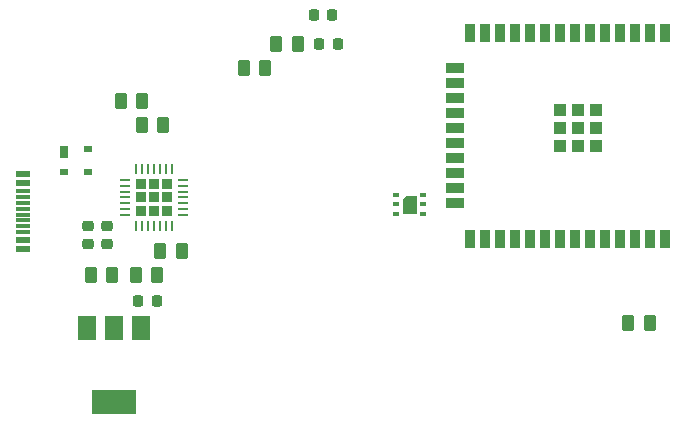
<source format=gbr>
%TF.GenerationSoftware,KiCad,Pcbnew,7.0.10-7.0.10~ubuntu22.04.1*%
%TF.CreationDate,2024-01-09T15:42:03+03:00*%
%TF.ProjectId,air-detector,6169722d-6465-4746-9563-746f722e6b69,rev?*%
%TF.SameCoordinates,Original*%
%TF.FileFunction,Paste,Top*%
%TF.FilePolarity,Positive*%
%FSLAX46Y46*%
G04 Gerber Fmt 4.6, Leading zero omitted, Abs format (unit mm)*
G04 Created by KiCad (PCBNEW 7.0.10-7.0.10~ubuntu22.04.1) date 2024-01-09 15:42:03*
%MOMM*%
%LPD*%
G01*
G04 APERTURE LIST*
G04 Aperture macros list*
%AMRoundRect*
0 Rectangle with rounded corners*
0 $1 Rounding radius*
0 $2 $3 $4 $5 $6 $7 $8 $9 X,Y pos of 4 corners*
0 Add a 4 corners polygon primitive as box body*
4,1,4,$2,$3,$4,$5,$6,$7,$8,$9,$2,$3,0*
0 Add four circle primitives for the rounded corners*
1,1,$1+$1,$2,$3*
1,1,$1+$1,$4,$5*
1,1,$1+$1,$6,$7*
1,1,$1+$1,$8,$9*
0 Add four rect primitives between the rounded corners*
20,1,$1+$1,$2,$3,$4,$5,0*
20,1,$1+$1,$4,$5,$6,$7,0*
20,1,$1+$1,$6,$7,$8,$9,0*
20,1,$1+$1,$8,$9,$2,$3,0*%
G04 Aperture macros list end*
%ADD10C,0.010000*%
%ADD11RoundRect,0.250000X-0.262500X-0.450000X0.262500X-0.450000X0.262500X0.450000X-0.262500X0.450000X0*%
%ADD12RoundRect,0.225000X-0.225000X-0.225000X0.225000X-0.225000X0.225000X0.225000X-0.225000X0.225000X0*%
%ADD13RoundRect,0.062500X-0.337500X-0.062500X0.337500X-0.062500X0.337500X0.062500X-0.337500X0.062500X0*%
%ADD14RoundRect,0.062500X-0.062500X-0.337500X0.062500X-0.337500X0.062500X0.337500X-0.062500X0.337500X0*%
%ADD15RoundRect,0.225000X-0.225000X-0.250000X0.225000X-0.250000X0.225000X0.250000X-0.225000X0.250000X0*%
%ADD16R,1.160000X0.600000*%
%ADD17R,1.160000X0.300000*%
%ADD18R,0.900000X1.500000*%
%ADD19R,1.500000X0.900000*%
%ADD20R,1.050000X1.050000*%
%ADD21RoundRect,0.225000X-0.250000X0.225000X-0.250000X-0.225000X0.250000X-0.225000X0.250000X0.225000X0*%
%ADD22R,0.550000X0.400000*%
%ADD23R,1.500000X2.000000*%
%ADD24R,3.800000X2.000000*%
%ADD25R,0.700000X1.000000*%
%ADD26R,0.700000X0.600000*%
%ADD27RoundRect,0.250000X0.262500X0.450000X-0.262500X0.450000X-0.262500X-0.450000X0.262500X-0.450000X0*%
G04 APERTURE END LIST*
%TO.C,U11*%
D10*
X205125000Y-74550000D02*
X204075000Y-74550000D01*
X204075000Y-73350000D01*
X204375000Y-73050000D01*
X205125000Y-73050000D01*
X205125000Y-74550000D01*
G36*
X205125000Y-74550000D02*
G01*
X204075000Y-74550000D01*
X204075000Y-73350000D01*
X204375000Y-73050000D01*
X205125000Y-73050000D01*
X205125000Y-74550000D01*
G37*
%TD*%
D11*
%TO.C,R5*%
X180161500Y-65078500D03*
X181986500Y-65078500D03*
%TD*%
%TO.C,R30*%
X223111500Y-83866000D03*
X224936500Y-83866000D03*
%TD*%
D12*
%TO.C,U1*%
X181865800Y-72095200D03*
X181865800Y-73215200D03*
X181865800Y-74335200D03*
X182985800Y-72095200D03*
X182985800Y-73215200D03*
X182985800Y-74335200D03*
X184105800Y-72095200D03*
X184105800Y-73215200D03*
X184105800Y-74335200D03*
D13*
X180535800Y-71715200D03*
X180535800Y-72215200D03*
X180535800Y-72715200D03*
X180535800Y-73215200D03*
X180535800Y-73715200D03*
X180535800Y-74215200D03*
X180535800Y-74715200D03*
D14*
X181485800Y-75665200D03*
X181985800Y-75665200D03*
X182485800Y-75665200D03*
X182985800Y-75665200D03*
X183485800Y-75665200D03*
X183985800Y-75665200D03*
X184485800Y-75665200D03*
D13*
X185435800Y-74715200D03*
X185435800Y-74215200D03*
X185435800Y-73715200D03*
X185435800Y-73215200D03*
X185435800Y-72715200D03*
X185435800Y-72215200D03*
X185435800Y-71715200D03*
D14*
X184485800Y-70765200D03*
X183985800Y-70765200D03*
X183485800Y-70765200D03*
X182985800Y-70765200D03*
X182485800Y-70765200D03*
X181985800Y-70765200D03*
X181485800Y-70765200D03*
%TD*%
D15*
%TO.C,C26*%
X196500000Y-57800000D03*
X198050000Y-57800000D03*
%TD*%
D16*
%TO.C,J1*%
X171910000Y-71209000D03*
X171910000Y-72009000D03*
D17*
X171910000Y-73159000D03*
X171910000Y-74159000D03*
X171910000Y-74659000D03*
X171910000Y-75659000D03*
D16*
X171910000Y-76809000D03*
X171910000Y-77609000D03*
X171910000Y-77609000D03*
X171910000Y-76809000D03*
D17*
X171910000Y-76159000D03*
X171910000Y-75159000D03*
X171910000Y-73659000D03*
X171910000Y-72659000D03*
D16*
X171910000Y-72009000D03*
X171910000Y-71209000D03*
%TD*%
D11*
%TO.C,R1*%
X177611500Y-79816000D03*
X179436500Y-79816000D03*
%TD*%
%TO.C,R15*%
X193337500Y-60250000D03*
X195162500Y-60250000D03*
%TD*%
D15*
%TO.C,C1*%
X181649000Y-82016000D03*
X183199000Y-82016000D03*
%TD*%
D18*
%TO.C,U8*%
X226250000Y-59250000D03*
X224980000Y-59250000D03*
X223710000Y-59250000D03*
X222440000Y-59250000D03*
X221170000Y-59250000D03*
X219900000Y-59250000D03*
X218630000Y-59250000D03*
X217360000Y-59250000D03*
X216090000Y-59250000D03*
X214820000Y-59250000D03*
X213550000Y-59250000D03*
X212280000Y-59250000D03*
X211010000Y-59250000D03*
X209740000Y-59250000D03*
D19*
X208490000Y-62290000D03*
X208490000Y-63560000D03*
X208490000Y-64830000D03*
X208490000Y-66100000D03*
X208490000Y-67370000D03*
X208490000Y-68640000D03*
X208490000Y-69910000D03*
X208490000Y-71180000D03*
X208490000Y-72450000D03*
X208490000Y-73720000D03*
D18*
X209740000Y-76750000D03*
X211010000Y-76750000D03*
X212280000Y-76750000D03*
X213550000Y-76750000D03*
X214820000Y-76750000D03*
X216090000Y-76750000D03*
X217360000Y-76750000D03*
X218630000Y-76750000D03*
X219900000Y-76750000D03*
X221170000Y-76750000D03*
X222440000Y-76750000D03*
X223710000Y-76750000D03*
X224980000Y-76750000D03*
X226250000Y-76750000D03*
D20*
X220435000Y-65795000D03*
X218910000Y-65795000D03*
X217385000Y-65795000D03*
X220435000Y-67320000D03*
X218910000Y-67320000D03*
X217385000Y-67320000D03*
X220435000Y-68845000D03*
X218910000Y-68845000D03*
X217385000Y-68845000D03*
%TD*%
D21*
%TO.C,C3*%
X179024000Y-75641000D03*
X179024000Y-77191000D03*
%TD*%
D15*
%TO.C,C15*%
X196975000Y-60250000D03*
X198525000Y-60250000D03*
%TD*%
D22*
%TO.C,U11*%
X203450000Y-73000000D03*
X203450000Y-73800000D03*
X203450000Y-74600000D03*
X205750000Y-74600000D03*
X205750000Y-73800000D03*
X205750000Y-73000000D03*
%TD*%
D11*
%TO.C,R2*%
X181431500Y-79816000D03*
X183256500Y-79816000D03*
%TD*%
D21*
%TO.C,C2*%
X177424000Y-75641000D03*
X177424000Y-77191000D03*
%TD*%
D23*
%TO.C,U4*%
X181908800Y-84238400D03*
X179608800Y-84238400D03*
D24*
X179608800Y-90538400D03*
D23*
X177308800Y-84238400D03*
%TD*%
D11*
%TO.C,R14*%
X190587500Y-62250000D03*
X192412500Y-62250000D03*
%TD*%
D25*
%TO.C,D8*%
X175400000Y-69350000D03*
D26*
X175400000Y-71050000D03*
X177400000Y-71050000D03*
X177400000Y-69150000D03*
%TD*%
D11*
%TO.C,R3*%
X183511500Y-77716000D03*
X185336500Y-77716000D03*
%TD*%
D27*
%TO.C,R4*%
X183786500Y-67078500D03*
X181961500Y-67078500D03*
%TD*%
M02*

</source>
